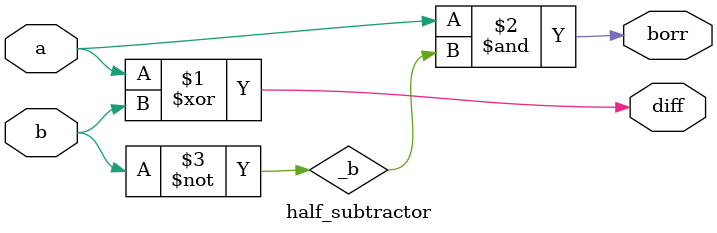
<source format=v>
module half_subtractor(input a, b, output diff, borr);
	wire _b;
	xor x1 (diff, a, b);
	not n1 (_b, b);
	and a1(borr, a, _b);
endmodule

</source>
